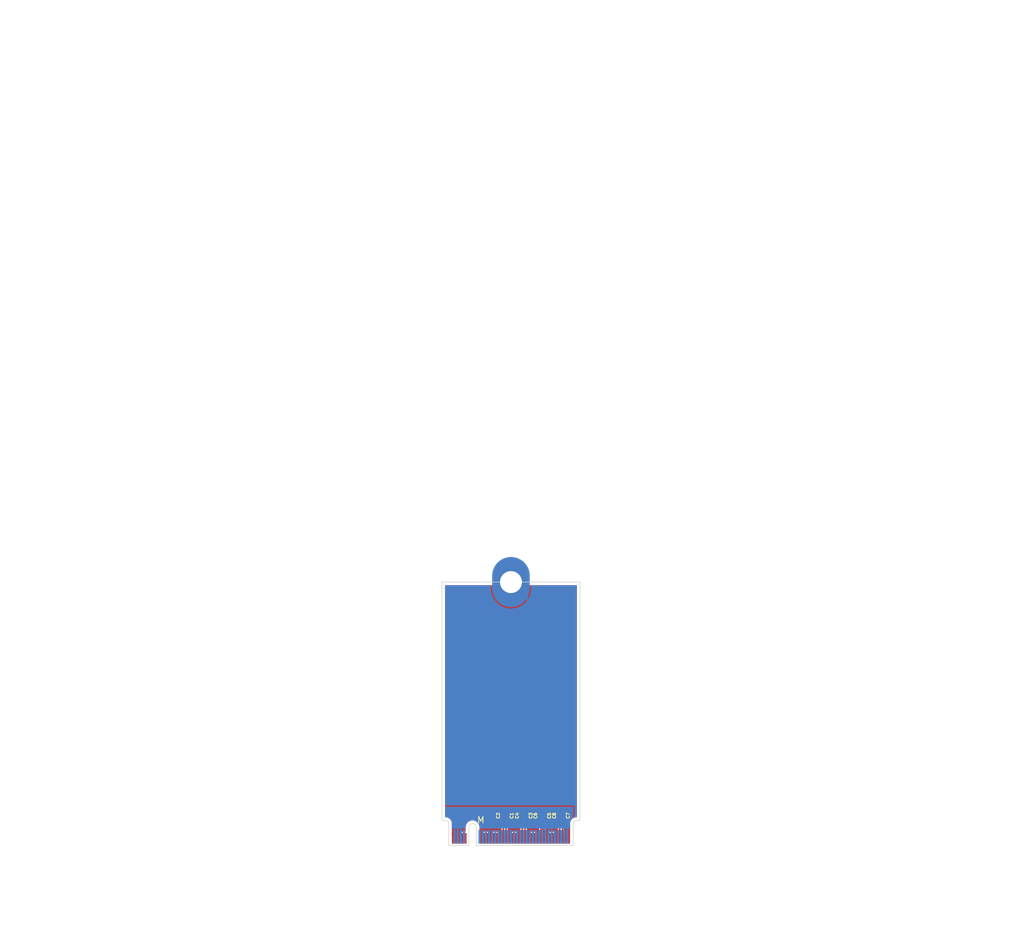
<source format=kicad_pcb>
(kicad_pcb (version 20241229) (generator "pcbnew") (generator_version "9.0")
  (layers (0 "F.Cu" signal) (2 "B.Cu" signal) (13 "F.Paste" user) (15 "B.Paste" user) (5 "F.SilkS" user "F.Silkscreen") (7 "B.SilkS" user "B.Silkscreen") (1 "F.Mask" user) (3 "B.Mask" user) (25 "Edge.Cuts" user))
  (net 0 "")
  (net 1 "/M.2 M Key/PET1P")
  (net 2 "/M.2 M Key/PET1N")
  (net 3 "/M.2 M Key/PET0P")
  (net 4 "/M.2 M Key/PET0N")
  (net 5 "/M.2 M Key/PET2N")
  (net 6 "/M.2 M Key/PET3N")
  (net 7 "/M.2 M Key/PET3P")
  (net 8 "/M.2 M Key/PET2P")
  (net 9 "/PET2+")
  (net 10 "/PET3+")
  (net 11 "/PET0-")
  (net 12 "/PET1-")
  (net 13 "/PET1+")
  (net 14 "/PET2-")
  (net 15 "/PET0+")
  (net 16 "/PET3-")
  (net 17 "GND")
  (net 18 "+3.3V")
  (net 21 "/LED1#")
  (net 22 "/PER3-")
  (net 23 "/PER3+")
  (net 26 "/PER2-")
  (net 28 "/PER2+")
  (net 34 "/PER1-")
  (net 36 "/PER1+")
  (net 37 "/DEVSLP")
  (net 42 "/PER0-")
  (net 44 "/PER0+")
  (net 45 "/PERST#")
  (net 46 "/CLKREQ#")
  (net 47 "/REFCLK-")
  (net 48 "/PEWAKE#")
  (net 49 "/REFCLK+")
  (net 53 "/SUSCLK")
  (net 54 "/PEDET")
  (footprint "Capacitor_SMD:C_0201_0603Metric" (layer "F.Cu") (at 107.795 153.315 90)
    (property "Reference" "C1" (at 0 0.765 90) (layer "F.SilkS") (effects (font (size 0.5 0.5))))
    (property "Value" "220nF")
    (pad "1" smd roundrect (at -0.32 0 90) (size 0.46 0.4) (layers "F.Cu" "F.Mask") (net 4 "/M.2 M Key/PET0N"))
    (pad "2" smd roundrect (at 0.32 0 90) (size 0.46 0.4) (layers "F.Cu" "F.Mask") (net 11 "/PET0-"))
  )
  (footprint "Capacitor_SMD:C_0201_0603Metric" (layer "F.Cu") (at 116.095 153.315 90)
    (property "Reference" "C8" (at 0 -0.75 90) (layer "F.SilkS") (effects (font (size 0.5 0.5))))
    (property "Value" "220nF")
    (pad "1" smd roundrect (at -0.32 0 90) (size 0.46 0.4) (layers "F.Cu" "F.Mask") (net 7 "/M.2 M Key/PET3P"))
    (pad "2" smd roundrect (at 0.32 0 90) (size 0.46 0.4) (layers "F.Cu" "F.Mask") (net 10 "/PET3+"))
  )
  (footprint "PCIexpress:M.2 M Key Connector" (layer "F.Cu") (at 108.445 156.965)
    (property "Reference" "J1")
    (property "Value" "~")
    (fp_line (start -11 -2.89) (end -10.425 -2.89) (stroke (width 0.1)) (layer "Edge.Cuts") (net 256))
    (fp_line (start -9.925 -2.39) (end -9.925 1.11) (stroke (width 0.1)) (layer "Edge.Cuts") (net 256))
    (fp_line (start -6.725 -1.79) (end -6.725 1.11) (stroke (width 0.1)) (layer "Edge.Cuts") (net 256))
    (fp_line (start -6.725 1.11) (end -9.925 1.11) (stroke (width 0.1)) (layer "Edge.Cuts") (net 256))
    (fp_line (start -5.525 -1.79) (end -5.525 1.11) (stroke (width 0.1)) (layer "Edge.Cuts") (net 256))
    (fp_line (start -5.525 1.11) (end 9.925 1.11) (stroke (width 0.1)) (layer "Edge.Cuts") (net 256))
    (fp_line (start 9.925 -2.39) (end 9.925 1.11) (stroke (width 0.1)) (layer "Edge.Cuts") (net 256))
    (fp_line (start 10.425 -2.89) (end 11 -2.89) (stroke (width 0.1)) (layer "Edge.Cuts") (net 256))
    (fp_arc (start -10.425 -2.89) (mid -10.071447 -2.743553) (end -9.925 -2.39) (stroke (width 0.1)) (layer "Edge.Cuts") (net 256))
    (fp_arc (start -6.725 -1.79) (mid -6.125 -2.39) (end -5.525 -1.79) (stroke (width 0.1)) (layer "Edge.Cuts") (net 256))
    (fp_arc (start 9.925 -2.39) (mid 10.071447 -2.743553) (end 10.425 -2.89) (stroke (width 0.1)) (layer "Edge.Cuts") (net 256))
    (fp_text user "M" (at -5.475 -2.375 0) (layer "F.SilkS") (effects (justify left bottom)))
    (pad "1" smd rect (at 9.25 -0.04 180) (size 0.35 1.7) (layers "F.Cu") (net 17 "GND"))
    (pad "2" smd rect (at 9 -0.29 180) (size 0.35 2.2) (layers "B.Cu") (net 18 "+3.3V"))
    (pad "3" smd rect (at 8.75 -0.04 180) (size 0.35 1.7) (layers "F.Cu") (net 17 "GND"))
    (pad "4" smd rect (at 8.5 -0.29 180) (size 0.35 2.2) (layers "B.Cu") (net 18 "+3.3V"))
    (pad "5" smd rect (at 8.25 -0.04 180) (size 0.35 1.7) (layers "F.Cu") (net 6 "/M.2 M Key/PET3N"))
    (pad "6" smd rect (at 8 -0.29 180) (size 0.35 2.2) (layers "B.Cu"))
    (pad "7" smd rect (at 7.75 -0.04 180) (size 0.35 1.7) (layers "F.Cu") (net 7 "/M.2 M Key/PET3P"))
    (pad "8" smd rect (at 7.5 -0.29 180) (size 0.35 2.2) (layers "B.Cu"))
    (pad "9" smd rect (at 7.25 -0.04 180) (size 0.35 1.7) (layers "F.Cu") (net 17 "GND"))
    (pad "10" smd rect (at 7 -0.29 180) (size 0.35 2.2) (layers "B.Cu") (net 21 "/LED1#"))
    (pad "11" smd rect (at 6.75 -0.04 180) (size 0.35 1.7) (layers "F.Cu") (net 22 "/PER3-"))
    (pad "12" smd rect (at 6.5 -0.29 180) (size 0.35 2.2) (layers "B.Cu") (net 18 "+3.3V"))
    (pad "13" smd rect (at 6.25 -0.04 180) (size 0.35 1.7) (layers "F.Cu") (net 23 "/PER3+"))
    (pad "14" smd rect (at 6 -0.29 180) (size 0.35 2.2) (layers "B.Cu") (net 18 "+3.3V"))
    (pad "15" smd rect (at 5.75 -0.04 180) (size 0.35 1.7) (layers "F.Cu") (net 17 "GND"))
    (pad "16" smd rect (at 5.5 -0.29 180) (size 0.35 2.2) (layers "B.Cu") (net 18 "+3.3V"))
    (pad "17" smd rect (at 5.25 -0.04 180) (size 0.35 1.7) (layers "F.Cu") (net 5 "/M.2 M Key/PET2N"))
    (pad "18" smd rect (at 5 -0.29 180) (size 0.35 2.2) (layers "B.Cu") (net 18 "+3.3V"))
    (pad "19" smd rect (at 4.75 -0.04 180) (size 0.35 1.7) (layers "F.Cu") (net 8 "/M.2 M Key/PET2P"))
    (pad "20" smd rect (at 4.5 -0.29 180) (size 0.35 2.2) (layers "B.Cu"))
    (pad "21" smd rect (at 4.25 -0.04 180) (size 0.35 1.7) (layers "F.Cu") (net 17 "GND"))
    (pad "22" smd rect (at 4 -0.29 180) (size 0.35 2.2) (layers "B.Cu"))
    (pad "23" smd rect (at 3.75 -0.04 180) (size 0.35 1.7) (layers "F.Cu") (net 26 "/PER2-"))
    (pad "24" smd rect (at 3.5 -0.29 180) (size 0.35 2.2) (layers "B.Cu"))
    (pad "25" smd rect (at 3.25 -0.04 180) (size 0.35 1.7) (layers "F.Cu") (net 28 "/PER2+"))
    (pad "26" smd rect (at 3 -0.29 180) (size 0.35 2.2) (layers "B.Cu"))
    (pad "27" smd rect (at 2.75 -0.04 180) (size 0.35 1.7) (layers "F.Cu") (net 17 "GND"))
    (pad "28" smd rect (at 2.5 -0.29 180) (size 0.35 2.2) (layers "B.Cu"))
    (pad "29" smd rect (at 2.25 -0.04 180) (size 0.35 1.7) (layers "F.Cu") (net 2 "/M.2 M Key/PET1N"))
    (pad "30" smd rect (at 2 -0.29 180) (size 0.35 2.2) (layers "B.Cu"))
    (pad "31" smd rect (at 1.75 -0.04 180) (size 0.35 1.7) (layers "F.Cu") (net 1 "/M.2 M Key/PET1P"))
    (pad "32" smd rect (at 1.5 -0.29 180) (size 0.35 2.2) (layers "B.Cu"))
    (pad "33" smd rect (at 1.25 -0.04 180) (size 0.35 1.7) (layers "F.Cu") (net 17 "GND"))
    (pad "34" smd rect (at 1 -0.29 180) (size 0.35 2.2) (layers "B.Cu"))
    (pad "35" smd rect (at 0.75 -0.04 180) (size 0.35 1.7) (layers "F.Cu") (net 34 "/PER1-"))
    (pad "36" smd rect (at 0.5 -0.29 180) (size 0.35 2.2) (layers "B.Cu"))
    (pad "37" smd rect (at 0.25 -0.04 180) (size 0.35 1.7) (layers "F.Cu") (net 36 "/PER1+"))
    (pad "38" smd rect (at 0 -0.29 180) (size 0.35 2.2) (layers "B.Cu") (net 37 "/DEVSLP"))
    (pad "39" smd rect (at -0.25 -0.04 180) (size 0.35 1.7) (layers "F.Cu") (net 17 "GND"))
    (pad "40" smd rect (at -0.5 -0.29 180) (size 0.35 2.2) (layers "B.Cu"))
    (pad "41" smd rect (at -0.75 -0.04 180) (size 0.35 1.7) (layers "F.Cu") (net 4 "/M.2 M Key/PET0N"))
    (pad "42" smd rect (at -1 -0.29 180) (size 0.35 2.2) (layers "B.Cu"))
    (pad "43" smd rect (at -1.25 -0.04 180) (size 0.35 1.7) (layers "F.Cu") (net 3 "/M.2 M Key/PET0P"))
    (pad "44" smd rect (at -1.5 -0.29 180) (size 0.35 2.2) (layers "B.Cu"))
    (pad "45" smd rect (at -1.75 -0.04 180) (size 0.35 1.7) (layers "F.Cu") (net 17 "GND"))
    (pad "46" smd rect (at -2 -0.29 180) (size 0.35 2.2) (layers "B.Cu"))
    (pad "47" smd rect (at -2.25 -0.04 180) (size 0.35 1.7) (layers "F.Cu") (net 42 "/PER0-"))
    (pad "48" smd rect (at -2.5 -0.29 180) (size 0.35 2.2) (layers "B.Cu"))
    (pad "49" smd rect (at -2.75 -0.04 180) (size 0.35 1.7) (layers "F.Cu") (net 44 "/PER0+"))
    (pad "50" smd rect (at -3 -0.29 180) (size 0.35 2.2) (layers "B.Cu") (net 45 "/PERST#"))
    (pad "51" smd rect (at -3.25 -0.04 180) (size 0.35 1.7) (layers "F.Cu") (net 17 "GND"))
    (pad "52" smd rect (at -3.5 -0.29 180) (size 0.35 2.2) (layers "B.Cu") (net 46 "/CLKREQ#"))
    (pad "53" smd rect (at -3.75 -0.04 180) (size 0.35 1.7) (layers "F.Cu") (net 47 "/REFCLK-"))
    (pad "54" smd rect (at -4 -0.29 180) (size 0.35 2.2) (layers "B.Cu") (net 48 "/PEWAKE#"))
    (pad "55" smd rect (at -4.25 -0.04 180) (size 0.35 1.7) (layers "F.Cu") (net 49 "/REFCLK+"))
    (pad "56" smd rect (at -4.5 -0.29 180) (size 0.35 2.2) (layers "B.Cu"))
    (pad "57" smd rect (at -4.75 -0.04 180) (size 0.35 1.7) (layers "F.Cu") (net 17 "GND"))
    (pad "58" smd rect (at -5 -0.29 180) (size 0.35 2.2) (layers "B.Cu"))
    (pad "67" smd rect (at -7.25 -0.04 180) (size 0.35 1.7) (layers "F.Cu"))
    (pad "68" smd rect (at -7.5 -0.29 180) (size 0.35 2.2) (layers "B.Cu") (net 53 "/SUSCLK"))
    (pad "69" smd rect (at -7.75 -0.04 180) (size 0.35 1.7) (layers "F.Cu") (net 54 "/PEDET"))
    (pad "70" smd rect (at -8 -0.29 180) (size 0.35 2.2) (layers "B.Cu") (net 18 "+3.3V"))
    (pad "71" smd rect (at -8.25 -0.04 180) (size 0.35 1.7) (layers "F.Cu") (net 17 "GND"))
    (pad "72" smd rect (at -8.5 -0.29 180) (size 0.35 2.2) (layers "B.Cu") (net 18 "+3.3V"))
    (pad "73" smd rect (at -8.75 -0.04 180) (size 0.35 1.7) (layers "F.Cu") (net 17 "GND"))
    (pad "74" smd rect (at -9 -0.29 180) (size 0.35 2.2) (layers "B.Cu") (net 18 "+3.3V"))
    (pad "75" smd rect (at -9.25 -0.04 180) (size 0.35 1.7) (layers "F.Cu") (net 17 "GND"))
  )
  (footprint "Capacitor_SMD:C_0201_0603Metric" (layer "F.Cu") (at 113.095 153.315 90)
    (property "Reference" "C6" (at 0 -0.755 90) (layer "F.SilkS") (effects (font (size 0.5 0.5))))
    (property "Value" "220nF")
    (pad "1" smd roundrect (at -0.32 0 90) (size 0.46 0.4) (layers "F.Cu" "F.Mask") (net 8 "/M.2 M Key/PET2P"))
    (pad "2" smd roundrect (at 0.32 0 90) (size 0.46 0.4) (layers "F.Cu" "F.Mask") (net 9 "/PET2+"))
  )
  (footprint "Capacitor_SMD:C_0201_0603Metric" (layer "F.Cu") (at 113.795 153.315 90)
    (property "Reference" "C5" (at 0 0.74 90) (layer "F.SilkS") (effects (font (size 0.5 0.5))))
    (property "Value" "220nF")
    (pad "1" smd roundrect (at -0.32 0 90) (size 0.46 0.4) (layers "F.Cu" "F.Mask") (net 5 "/M.2 M Key/PET2N"))
    (pad "2" smd roundrect (at 0.32 0 90) (size 0.46 0.4) (layers "F.Cu" "F.Mask") (net 14 "/PET2-"))
  )
  (footprint "Capacitor_SMD:C_0201_0603Metric" (layer "F.Cu") (at 110.095 153.315 90)
    (property "Reference" "C4" (at 0 -0.675 90) (layer "F.SilkS") (effects (font (size 0.5 0.5))))
    (property "Value" "220nF")
    (pad "1" smd roundrect (at -0.32 0 90) (size 0.46 0.4) (layers "F.Cu" "F.Mask") (net 1 "/M.2 M Key/PET1P"))
    (pad "2" smd roundrect (at 0.32 0 90) (size 0.46 0.4) (layers "F.Cu" "F.Mask") (net 13 "/PET1+"))
  )
  (footprint "Capacitor_SMD:C_0201_0603Metric" (layer "F.Cu") (at 107.095 153.315 90)
    (property "Reference" "C2" (at 0 -0.705 90) (layer "F.SilkS") (effects (font (size 0.5 0.5))))
    (property "Value" "220nF")
    (pad "1" smd roundrect (at -0.32 0 90) (size 0.46 0.4) (layers "F.Cu" "F.Mask") (net 3 "/M.2 M Key/PET0P"))
    (pad "2" smd roundrect (at 0.32 0 90) (size 0.46 0.4) (layers "F.Cu" "F.Mask") (net 15 "/PET0+"))
  )
  (footprint "Capacitor_SMD:C_0201_0603Metric" (layer "F.Cu") (at 110.795 153.315 90)
    (property "Reference" "C3" (at 0 0.795 90) (layer "F.SilkS") (effects (font (size 0.5 0.5))))
    (property "Value" "220nF")
    (pad "1" smd roundrect (at -0.32 0 90) (size 0.46 0.4) (layers "F.Cu" "F.Mask") (net 2 "/M.2 M Key/PET1N"))
    (pad "2" smd roundrect (at 0.32 0 90) (size 0.46 0.4) (layers "F.Cu" "F.Mask") (net 12 "/PET1-"))
  )
  (footprint "Capacitor_SMD:C_0201_0603Metric" (layer "F.Cu") (at 116.795 153.315 90)
    (property "Reference" "C7" (at 0.005 0.735 90) (layer "F.SilkS") (effects (font (size 0.5 0.5))))
    (property "Value" "220nF")
    (pad "1" smd roundrect (at -0.32 0 90) (size 0.46 0.4) (layers "F.Cu" "F.Mask") (net 6 "/M.2 M Key/PET3N"))
    (pad "2" smd roundrect (at 0.32 0 90) (size 0.46 0.4) (layers "F.Cu" "F.Mask") (net 16 "/PET3-"))
  )
  (footprint "PCIexpress:M.2 Mounting Pad" (layer "F.Cu") (at 108.445 116.075)
    (property "Reference" "H1")
    (property "Value" "MountingHole_Pad")
    (pad "1" thru_hole circle (at 0 0) (size 5.5 5.5) (drill 3.5) (property pad_prop_castellated) (layers "*.Cu" "*.Mask") (net 17 "GND") (padstack (mode front_inner_back) (layer "Inner" (shape circle) (size 5.5 5.5)) (layer "B.Cu" (shape oval) (size 6 8))))
  )
  (gr_line (start 119.445 154.075) (end 119.445 116.075) (stroke (width 0.1)) (layer "Edge.Cuts"))
  (gr_line (start 119.445 116.075) (end 97.445 116.075) (stroke (width 0.1)) (layer "Edge.Cuts"))
  (gr_line (start 97.445 116.075) (end 97.445 154.075) (stroke (width 0.1)) (layer "Edge.Cuts"))
  (segment (start 110.095 153.980001) (end 110.095 153.635) (width 0.2) (layer "F.Cu") (net 1))
  (segment (start 110.195 156.925) (end 110.195 155.649999) (width 0.2) (layer "F.Cu") (net 1))
  (segment (start 110.22 154.105001) (end 110.095 153.980001) (width 0.2) (layer "F.Cu") (net 1))
  (segment (start 110.195 155.649999) (end 110.22 155.624999) (width 0.2) (layer "F.Cu") (net 1))
  (segment (start 110.22 155.624999) (end 110.22 154.105001) (width 0.2) (layer "F.Cu") (net 1))
  (segment (start 110.695 155.649999) (end 110.67 155.624999) (width 0.2) (layer "F.Cu") (net 2))
  (segment (start 110.695 156.925) (end 110.695 155.649999) (width 0.2) (layer "F.Cu") (net 2))
  (segment (start 110.795 153.980001) (end 110.795 153.635) (width 0.2) (layer "F.Cu") (net 2))
  (segment (start 110.67 154.105001) (end 110.795 153.980001) (width 0.2) (layer "F.Cu") (net 2))
  (segment (start 110.67 155.624999) (end 110.67 154.105001) (width 0.2) (layer "F.Cu") (net 2))
  (segment (start 107.195 155.649999) (end 107.22 155.624999) (width 0.2) (layer "F.Cu") (net 3))
  (segment (start 107.095 153.980001) (end 107.095 153.635) (width 0.2) (layer "F.Cu") (net 3))
  (segment (start 107.22 155.624999) (end 107.22 154.105001) (width 0.2) (layer "F.Cu") (net 3))
  (segment (start 107.22 154.105001) (end 107.095 153.980001) (width 0.2) (layer "F.Cu") (net 3))
  (segment (start 107.195 156.925) (end 107.195 155.649999) (width 0.2) (layer "F.Cu") (net 3))
  (segment (start 107.67 154.105001) (end 107.795 153.980001) (width 0.2) (layer "F.Cu") (net 4))
  (segment (start 107.695 155.649999) (end 107.67 155.624999) (width 0.2) (layer "F.Cu") (net 4))
  (segment (start 107.67 155.624999) (end 107.67 154.105001) (width 0.2) (layer "F.Cu") (net 4))
  (segment (start 107.795 153.980001) (end 107.795 153.635) (width 0.2) (layer "F.Cu") (net 4))
  (segment (start 107.695 156.925) (end 107.695 155.649999) (width 0.2) (layer "F.Cu") (net 4))
  (segment (start 113.695 156.925) (end 113.695 155.649999) (width 0.2) (layer "F.Cu") (net 5))
  (segment (start 113.695 155.649999) (end 113.67 155.624999) (width 0.2) (layer "F.Cu") (net 5))
  (segment (start 113.795 153.980001) (end 113.795 153.635) (width 0.2) (layer "F.Cu") (net 5))
  (segment (start 113.67 155.624999) (end 113.67 154.105001) (width 0.2) (layer "F.Cu") (net 5))
  (segment (start 113.67 154.105001) (end 113.795 153.980001) (width 0.2) (layer "F.Cu") (net 5))
  (segment (start 116.67 155.624999) (end 116.67 154.105001) (width 0.2) (layer "F.Cu") (net 6))
  (segment (start 116.67 154.105001) (end 116.795 153.980001) (width 0.2) (layer "F.Cu") (net 6))
  (segment (start 116.695 156.925) (end 116.695 155.649999) (width 0.2) (layer "F.Cu") (net 6))
  (segment (start 116.795 153.980001) (end 116.795 153.635) (width 0.2) (layer "F.Cu") (net 6))
  (segment (start 116.695 155.649999) (end 116.67 155.624999) (width 0.2) (layer "F.Cu") (net 6))
  (segment (start 116.195 156.925) (end 116.195 155.649999) (width 0.2) (layer "F.Cu") (net 7))
  (segment (start 116.22 154.105001) (end 116.095 153.980001) (width 0.2) (layer "F.Cu") (net 7))
  (segment (start 116.22 155.624999) (end 116.22 154.105001) (width 0.2) (layer "F.Cu") (net 7))
  (segment (start 116.195 155.649999) (end 116.22 155.624999) (width 0.2) (layer "F.Cu") (net 7))
  (segment (start 116.095 153.980001) (end 116.095 153.635) (width 0.2) (layer "F.Cu") (net 7))
  (segment (start 113.22 154.105001) (end 113.095 153.980001) (width 0.2) (layer "F.Cu") (net 8))
  (segment (start 113.195 156.925) (end 113.195 155.649999) (width 0.2) (layer "F.Cu") (net 8))
  (segment (start 113.095 153.980001) (end 113.095 153.635) (width 0.2) (layer "F.Cu") (net 8))
  (segment (start 113.195 155.649999) (end 113.22 155.624999) (width 0.2) (layer "F.Cu") (net 8))
  (segment (start 113.22 155.624999) (end 113.22 154.105001) (width 0.2) (layer "F.Cu") (net 8))
  (zone (net 17) (net_name "GND") (layers "F.Cu" "B.Cu") (connect_pads (clearance 0.2)) (min_thickness 0.15) (fill yes (thermal_gap 0.2) (thermal_bridge_width 0.35))
    (polygon (pts (xy 93.445 156.485) (xy 93.445 115.855) (xy 123.445 115.855) (xy 123.445 156.405)))
  )
  (zone (net 18) (net_name "+3.3V") (layer "B.Cu") (priority 1) (connect_pads (clearance 0.2)) (min_thickness 0.1) (fill yes (thermal_gap 0.2) (thermal_bridge_width 0.25))
    (polygon (pts (xy 118.37 156.27) (xy 118.37 151.905) (xy 118.355 151.89) (xy 97.9 151.89) (xy 97.9 156.52) (xy 118.12 156.52)))
  )
)
</source>
